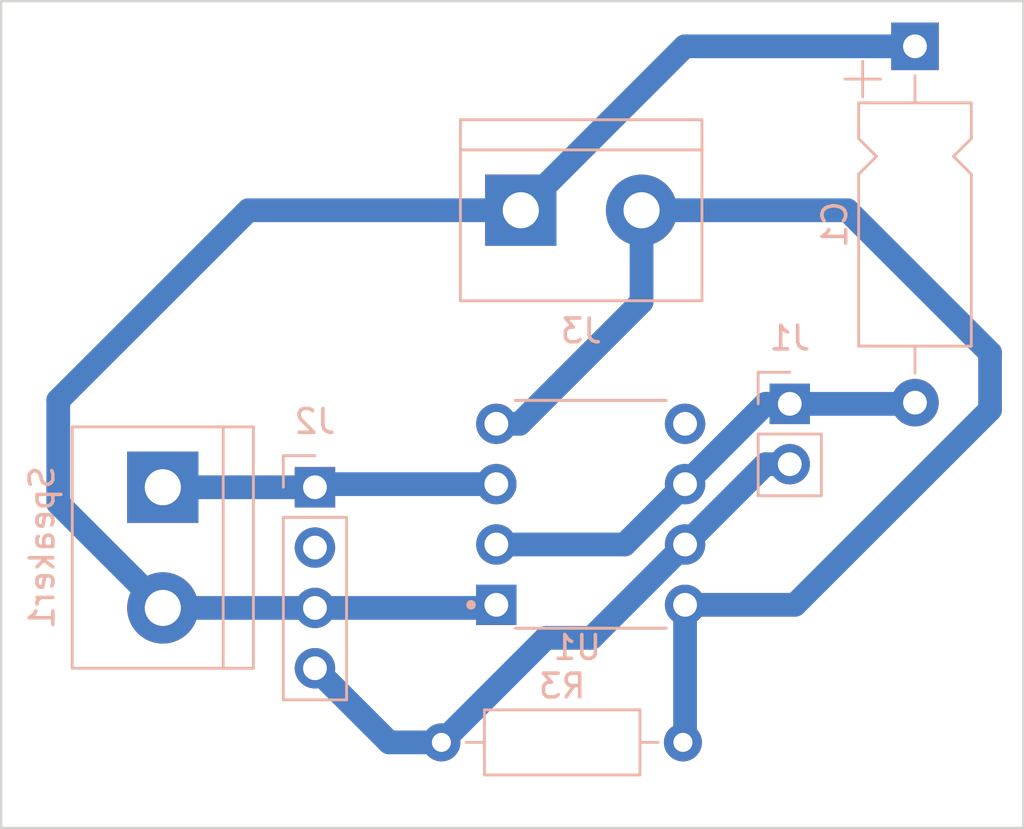
<source format=kicad_pcb>
(kicad_pcb (version 20211014) (generator pcbnew)
  (layers (0 "F.Cu" signal) (31 "B.Cu" signal) (34 "B.Paste" user) (35 "F.Paste" user) (36 "B.SilkS" user "B.Silkscreen") (37 "F.SilkS" user "F.Silkscreen") (38 "B.Mask" user) (39 "F.Mask" user) (44 "Edge.Cuts" user))
  (net 0 "")
  (net 1 "GND")
  (net 2 "Electrode_2")
  (net 3 "Analog_Calib")
  (net 4 "NE555_Output")
  (net 5 "VCC")
  (footprint "NE555P:DIP794W45P254L959H508Q8" (layer "B.Cu") (at 173.4 62.2)
    (fp_text reference "U1" (at -0.565 5.607) (layer "B.SilkS") (effects (justify mirror)))
    (fp_text value "NE555P")
    (fp_line (start -3.175 4.795) (end 3.175 4.795) (layer "B.SilkS") (width 0.127))
    (fp_line (start -3.175 -4.795) (end 3.175 -4.795) (layer "B.SilkS") (width 0.127))
    (fp_circle (center -5.035 3.81) (end -4.935 3.81) (layer "B.SilkS") (width 0.2) (fill none))
    (pad "1" thru_hole rect locked (at -3.97 3.81) (size 1.7 1.7) (drill 1) (layers *.Cu *.Mask) (net 1 "GND"))
    (pad "2" thru_hole circle locked (at -3.97 1.27) (size 1.7 1.7) (drill 1) (layers *.Cu *.Mask) (net 2 "Electrode_2"))
    (pad "3" thru_hole circle locked (at -3.97 -1.27) (size 1.7 1.7) (drill 1) (layers *.Cu *.Mask) (net 4 "NE555_Output"))
    (pad "4" thru_hole circle locked (at -3.97 -3.81) (size 1.7 1.7) (drill 1) (layers *.Cu *.Mask) (net 5 "VCC"))
    (pad "5" thru_hole circle locked (at 3.97 -3.81) (size 1.7 1.7) (drill 1) (layers *.Cu *.Mask))
    (pad "6" thru_hole circle locked (at 3.97 -1.27) (size 1.7 1.7) (drill 1) (layers *.Cu *.Mask) (net 2 "Electrode_2"))
    (pad "7" thru_hole circle locked (at 3.97 1.27) (size 1.7 1.7) (drill 1) (layers *.Cu *.Mask) (net 3 "Analog_Calib"))
    (pad "8" thru_hole circle locked (at 3.97 3.81) (size 1.7 1.7) (drill 1) (layers *.Cu *.Mask) (net 5 "VCC"))
  )
  (footprint "Connector_PinSocket_2.54mm:PinSocket_1x04_P2.54mm_Vertical" (layer "B.Cu") (at 161.8 61.06 180)
    (fp_text reference "J2" (at 0 2.77) (layer "B.SilkS") (effects (justify mirror)))
    (fp_text value "Conn_01x04_Male")
    (fp_line (start -1.33 -1.27) (end 1.33 -1.27) (layer "B.SilkS") (width 0.12))
    (fp_line (start 1.33 -1.27) (end 1.33 -8.95) (layer "B.SilkS") (width 0.12))
    (fp_line (start -1.33 -8.95) (end 1.33 -8.95) (layer "B.SilkS") (width 0.12))
    (fp_line (start -1.33 -1.27) (end -1.33 -8.95) (layer "B.SilkS") (width 0.12))
    (fp_line (start 0 1.33) (end 1.33 1.33) (layer "B.SilkS") (width 0.12))
    (fp_line (start 1.33 1.33) (end 1.33 0) (layer "B.SilkS") (width 0.12))
    (pad "1" thru_hole rect (at 0 0 180) (size 1.7 1.7) (drill 1) (layers *.Cu *.Mask) (net 4 "NE555_Output"))
    (pad "2" thru_hole oval (at 0 -2.54 180) (size 1.7 1.7) (drill 1) (layers *.Cu *.Mask))
    (pad "3" thru_hole oval (at 0 -5.08 180) (size 1.7 1.7) (drill 1) (layers *.Cu *.Mask) (net 1 "GND"))
    (pad "4" thru_hole oval (at 0 -7.62 180) (size 1.7 1.7) (drill 1) (layers *.Cu *.Mask) (net 3 "Analog_Calib"))
  )
  (footprint "Resistor_THT:R_Axial_DIN0207_L6.3mm_D2.5mm_P10.16mm_Horizontal" (layer "B.Cu") (at 177.28 71.8 180)
    (fp_text reference "R3" (at 5.08 2.37) (layer "B.SilkS") (effects (justify mirror)))
    (fp_text value "100kOhm")
    (fp_line (start 8.35 1.37) (end 1.81 1.37) (layer "B.SilkS") (width 0.12))
    (fp_line (start 9.12 0) (end 8.35 0) (layer "B.SilkS") (width 0.12))
    (fp_line (start 1.04 0) (end 1.81 0) (layer "B.SilkS") (width 0.12))
    (fp_line (start 8.35 -1.37) (end 8.35 1.37) (layer "B.SilkS") (width 0.12))
    (fp_line (start 1.81 1.37) (end 1.81 -1.37) (layer "B.SilkS") (width 0.12))
    (fp_line (start 1.81 -1.37) (end 8.35 -1.37) (layer "B.SilkS") (width 0.12))
    (pad "1" thru_hole circle (at 0 0 180) (size 1.6 1.6) (drill 0.8) (layers *.Cu *.Mask) (net 5 "VCC"))
    (pad "2" thru_hole oval (at 10.16 0 180) (size 1.6 1.6) (drill 0.8) (layers *.Cu *.Mask) (net 3 "Analog_Calib"))
  )
  (footprint "TerminalBlock:TerminalBlock_bornier-2_P5.08mm" (layer "B.Cu") (at 170.46 49.4)
    (fp_text reference "J3" (at 2.54 5.08) (layer "B.SilkS") (effects (justify mirror)))
    (fp_text value "Screw_Terminal_01x02")
    (fp_line (start -2.54 -3.81) (end 7.62 -3.81) (layer "B.SilkS") (width 0.12))
    (fp_line (start 7.62 3.81) (end -2.54 3.81) (layer "B.SilkS") (width 0.12))
    (fp_line (start 7.62 -2.54) (end -2.54 -2.54) (layer "B.SilkS") (width 0.12))
    (fp_line (start -2.54 3.81) (end -2.54 -3.81) (layer "B.SilkS") (width 0.12))
    (fp_line (start 7.62 -3.81) (end 7.62 3.81) (layer "B.SilkS") (width 0.12))
    (pad "1" thru_hole rect (at 0 0) (size 3 3) (drill 1.52) (layers *.Cu *.Mask) (net 1 "GND"))
    (pad "2" thru_hole circle (at 5.08 0) (size 3 3) (drill 1.52) (layers *.Cu *.Mask) (net 5 "VCC"))
  )
  (footprint "Connector_PinSocket_2.54mm:PinSocket_1x02_P2.54mm_Vertical" (layer "B.Cu") (at 181.775 57.55 180)
    (fp_text reference "J1" (at 0 2.77) (layer "B.SilkS") (effects (justify mirror)))
    (fp_text value "Conn_01x02_Female")
    (fp_line (start 1.33 -1.27) (end 1.33 -3.87) (layer "B.SilkS") (width 0.12))
    (fp_line (start -1.33 -1.27) (end -1.33 -3.87) (layer "B.SilkS") (width 0.12))
    (fp_line (start 1.33 1.33) (end 1.33 0) (layer "B.SilkS") (width 0.12))
    (fp_line (start -1.33 -1.27) (end 1.33 -1.27) (layer "B.SilkS") (width 0.12))
    (fp_line (start 0 1.33) (end 1.33 1.33) (layer "B.SilkS") (width 0.12))
    (fp_line (start -1.33 -3.87) (end 1.33 -3.87) (layer "B.SilkS") (width 0.12))
    (pad "1" thru_hole rect (at 0 0 180) (size 1.7 1.7) (drill 1) (layers *.Cu *.Mask) (net 2 "Electrode_2"))
    (pad "2" thru_hole oval (at 0 -2.54 180) (size 1.7 1.7) (drill 1) (layers *.Cu *.Mask) (net 3 "Analog_Calib"))
  )
  (footprint "Capacitor_THT:CP_Axial_L10.0mm_D4.5mm_P15.00mm_Horizontal" (layer "B.Cu") (at 187.0425 42.5 -90)
    (fp_text reference "C1" (at 7.5 3.37 90) (layer "B.SilkS") (effects (justify mirror)))
    (fp_text value "4.7nF")
    (fp_line (start 5.38 -2.37) (end 12.62 -2.37) (layer "B.SilkS") (width 0.12))
    (fp_line (start 4.63 1.62) (end 5.38 2.37) (layer "B.SilkS") (width 0.12))
    (fp_line (start 1.38 2.95) (end 1.38 1.45) (layer "B.SilkS") (width 0.12))
    (fp_line (start 3.88 -2.37) (end 4.63 -1.62) (layer "B.SilkS") (width 0.12))
    (fp_line (start 13.76 0) (end 12.62 0) (layer "B.SilkS") (width 0.12))
    (fp_line (start 1.24 0) (end 2.38 0) (layer "B.SilkS") (width 0.12))
    (fp_line (start 2.38 -2.37) (end 3.88 -2.37) (layer "B.SilkS") (width 0.12))
    (fp_line (start 3.88 2.37) (end 4.63 1.62) (layer "B.SilkS") (width 0.12))
    (fp_line (start 5.38 2.37) (end 12.62 2.37) (layer "B.SilkS") (width 0.12))
    (fp_line (start 4.63 -1.62) (end 5.38 -2.37) (layer "B.SilkS") (width 0.12))
    (fp_line (start 0.63 2.2) (end 2.13 2.2) (layer "B.SilkS") (width 0.12))
    (fp_line (start 12.62 2.37) (end 12.62 -2.37) (layer "B.SilkS") (width 0.12))
    (fp_line (start 2.38 2.37) (end 3.88 2.37) (layer "B.SilkS") (width 0.12))
    (fp_line (start 2.38 2.37) (end 2.38 -2.37) (layer "B.SilkS") (width 0.12))
    (pad "1" thru_hole rect (at 0 0 270) (size 2 2) (drill 1) (layers *.Cu *.Mask) (net 1 "GND"))
    (pad "2" thru_hole oval (at 15 0 270) (size 2 2) (drill 1) (layers *.Cu *.Mask) (net 2 "Electrode_2"))
  )
  (footprint "TerminalBlock:TerminalBlock_bornier-2_P5.08mm" (layer "B.Cu") (at 155.4 61.06 -90)
    (fp_text reference "Speaker1" (at 2.54 5.08 90) (layer "B.SilkS") (effects (justify mirror)))
    (fp_text value "Screw_Terminal_01x02")
    (fp_line (start 7.62 3.81) (end -2.54 3.81) (layer "B.SilkS") (width 0.12))
    (fp_line (start -2.54 -3.81) (end 7.62 -3.81) (layer "B.SilkS") (width 0.12))
    (fp_line (start 7.62 -2.54) (end -2.54 -2.54) (layer "B.SilkS") (width 0.12))
    (fp_line (start 7.62 -3.81) (end 7.62 3.81) (layer "B.SilkS") (width 0.12))
    (fp_line (start -2.54 3.81) (end -2.54 -3.81) (layer "B.SilkS") (width 0.12))
    (pad "1" thru_hole rect (at 0 0 270) (size 3 3) (drill 1.52) (layers *.Cu *.Mask) (net 4 "NE555_Output"))
    (pad "2" thru_hole circle (at 5.08 0 270) (size 3 3) (drill 1.52) (layers *.Cu *.Mask) (net 1 "GND"))
  )
  (gr_rect (start 148.6 75.4) (end 191.6 40.6) (layer "Edge.Cuts") (width 0.1) (fill none))
  (segment (start 177.36 42.5) (end 170.46 49.4) (width 1) (layer "B.Cu") (net 1))
  (segment (start 159 49.4) (end 151 57.4) (width 1) (layer "B.Cu") (net 1))
  (segment (start 170.46 49.4) (end 159 49.4) (width 1) (layer "B.Cu") (net 1))
  (segment (start 151 57.4) (end 151 61.74) (width 1) (layer "B.Cu") (net 1))
  (segment (start 187.0425 42.5) (end 177.36 42.5) (width 1) (layer "B.Cu") (net 1))
  (segment (start 161.8 66.14) (end 169.3 66.14) (width 1) (layer "B.Cu") (net 1))
  (segment (start 151 61.74) (end 155.4 66.14) (width 1) (layer "B.Cu") (net 1))
  (segment (start 169.3 66.14) (end 169.43 66.01) (width 1) (layer "B.Cu") (net 1))
  (segment (start 155.4 66.14) (end 161.8 66.14) (width 1) (layer "B.Cu") (net 1))
  (segment (start 169.43 63.47) (end 174.83 63.47) (width 1) (layer "B.Cu") (net 2))
  (segment (start 180.75 57.55) (end 177.37 60.93) (width 1) (layer "B.Cu") (net 2))
  (segment (start 186.9925 57.55) (end 187.0425 57.5) (width 1) (layer "B.Cu") (net 2))
  (segment (start 181.775 57.55) (end 180.75 57.55) (width 1) (layer "B.Cu") (net 2))
  (segment (start 181.775 57.55) (end 186.9925 57.55) (width 1) (layer "B.Cu") (net 2))
  (segment (start 174.83 63.47) (end 177.37 60.93) (width 1) (layer "B.Cu") (net 2))
  (segment (start 181.775 60.09) (end 180.75 60.09) (width 1) (layer "B.Cu") (net 3))
  (segment (start 177.37 63.47) (end 173.44 67.4) (width 1) (layer "B.Cu") (net 3))
  (segment (start 180.75 60.09) (end 177.37 63.47) (width 1) (layer "B.Cu") (net 3))
  (segment (start 171.52 67.4) (end 167.12 71.8) (width 1) (layer "B.Cu") (net 3))
  (segment (start 167.12 71.8) (end 164.92 71.8) (width 1) (layer "B.Cu") (net 3))
  (segment (start 173.44 67.4) (end 171.52 67.4) (width 1) (layer "B.Cu") (net 3))
  (segment (start 164.92 71.8) (end 161.8 68.68) (width 1) (layer "B.Cu") (net 3))
  (segment (start 169.43 60.93) (end 161.93 60.93) (width 1) (layer "B.Cu") (net 4))
  (segment (start 161.93 60.93) (end 161.8 61.06) (width 1) (layer "B.Cu") (net 4))
  (segment (start 155.4 61.06) (end 161.8 61.06) (width 1) (layer "B.Cu") (net 4))
  (segment (start 170.41 58.39) (end 175.54 53.26) (width 1) (layer "B.Cu") (net 5))
  (segment (start 175.54 53.26) (end 175.54 49.4) (width 1) (layer "B.Cu") (net 5))
  (segment (start 190.2 55.4) (end 184.2 49.4) (width 1) (layer "B.Cu") (net 5))
  (segment (start 181.99 66.01) (end 190.2 57.8) (width 1) (layer "B.Cu") (net 5))
  (segment (start 169.43 58.39) (end 170.41 58.39) (width 1) (layer "B.Cu") (net 5))
  (segment (start 177.37 66.01) (end 177.37 71.71) (width 1) (layer "B.Cu") (net 5))
  (segment (start 184.2 49.4) (end 175.54 49.4) (width 1) (layer "B.Cu") (net 5))
  (segment (start 177.37 71.71) (end 177.28 71.8) (width 1) (layer "B.Cu") (net 5))
  (segment (start 190.2 57.8) (end 190.2 55.4) (width 1) (layer "B.Cu") (net 5))
  (segment (start 177.37 66.01) (end 181.99 66.01) (width 1) (layer "B.Cu") (net 5))
)
</source>
